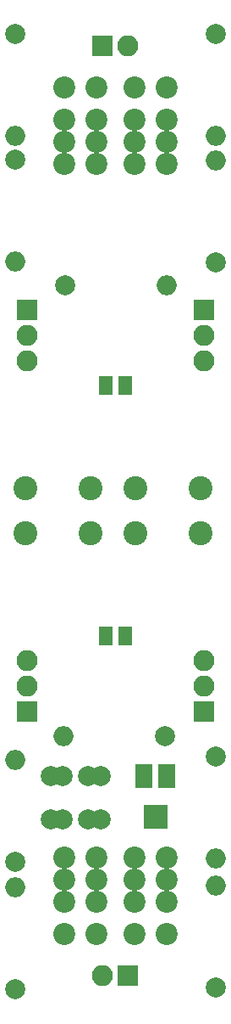
<source format=gts>
G04 #@! TF.FileFunction,Soldermask,Top*
%FSLAX46Y46*%
G04 Gerber Fmt 4.6, Leading zero omitted, Abs format (unit mm)*
G04 Created by KiCad (PCBNEW 4.0.4+e1-6308~48~ubuntu16.04.1-stable) date Sun Jan 28 16:20:55 2018*
%MOMM*%
%LPD*%
G01*
G04 APERTURE LIST*
%ADD10C,0.100000*%
%ADD11C,2.000000*%
%ADD12O,2.000000X2.000000*%
%ADD13R,1.370000X1.900000*%
%ADD14R,2.100000X2.100000*%
%ADD15O,2.100000X2.100000*%
%ADD16C,2.200000*%
%ADD17R,2.400000X2.400000*%
%ADD18R,1.700000X2.400000*%
%ADD19C,2.400000*%
G04 APERTURE END LIST*
D10*
D11*
X107500000Y-77500000D03*
D12*
X117660000Y-77500000D03*
D11*
X109750000Y-126500000D03*
X107250000Y-126500000D03*
X111000000Y-126500000D03*
X106000000Y-126500000D03*
X109750000Y-130750000D03*
X107250000Y-130750000D03*
X111000000Y-130750000D03*
X106000000Y-130750000D03*
D13*
X113455000Y-87500000D03*
X111545000Y-87500000D03*
X113455000Y-112500000D03*
X111545000Y-112500000D03*
D14*
X103620000Y-79980000D03*
D15*
X103620000Y-82520000D03*
X103620000Y-85060000D03*
D14*
X111230000Y-53620000D03*
D15*
X113770000Y-53620000D03*
D14*
X121380000Y-79980000D03*
D15*
X121380000Y-82520000D03*
X121380000Y-85060000D03*
D14*
X113770000Y-146380000D03*
D15*
X111230000Y-146380000D03*
D14*
X103620000Y-120020000D03*
D15*
X103620000Y-117480000D03*
X103620000Y-114940000D03*
D14*
X121380000Y-120020000D03*
D15*
X121380000Y-117480000D03*
X121380000Y-114940000D03*
D16*
X107400000Y-57800000D03*
X107400000Y-61000000D03*
X107400000Y-63200000D03*
X107400000Y-65400000D03*
X110600000Y-65400000D03*
X110600000Y-63200000D03*
X110600000Y-61000000D03*
X110600000Y-57800000D03*
X110600000Y-142200000D03*
X110600000Y-139000000D03*
X110600000Y-136800000D03*
X110600000Y-134600000D03*
X107400000Y-134600000D03*
X107400000Y-136800000D03*
X107400000Y-139000000D03*
X107400000Y-142200000D03*
X114400000Y-57800000D03*
X114400000Y-61000000D03*
X114400000Y-63200000D03*
X114400000Y-65400000D03*
X117600000Y-65400000D03*
X117600000Y-63200000D03*
X117600000Y-61000000D03*
X117600000Y-57800000D03*
X117600000Y-142200000D03*
X117600000Y-139000000D03*
X117600000Y-136800000D03*
X117600000Y-134600000D03*
X114400000Y-134600000D03*
X114400000Y-136800000D03*
X114400000Y-139000000D03*
X114400000Y-142200000D03*
D11*
X102500000Y-135000000D03*
D12*
X102500000Y-124840000D03*
D11*
X122500000Y-124500000D03*
D12*
X122500000Y-134660000D03*
D17*
X116500000Y-130500000D03*
D18*
X117650000Y-126500000D03*
X115350000Y-126500000D03*
D19*
X121000000Y-97750000D03*
X121000000Y-102250000D03*
X114500000Y-97750000D03*
X114500000Y-102250000D03*
X110000000Y-97750000D03*
X110000000Y-102250000D03*
X103500000Y-97750000D03*
X103500000Y-102250000D03*
D11*
X102500000Y-52500000D03*
D12*
X102500000Y-62660000D03*
D11*
X102500000Y-147750000D03*
D12*
X102500000Y-137590000D03*
D11*
X117500000Y-122500000D03*
D12*
X107340000Y-122500000D03*
D11*
X122500000Y-52500000D03*
D12*
X122500000Y-62660000D03*
D11*
X122500000Y-147500000D03*
D12*
X122500000Y-137340000D03*
D11*
X102500000Y-65000000D03*
D12*
X102500000Y-75160000D03*
D11*
X122500000Y-75250000D03*
D12*
X122500000Y-65090000D03*
M02*

</source>
